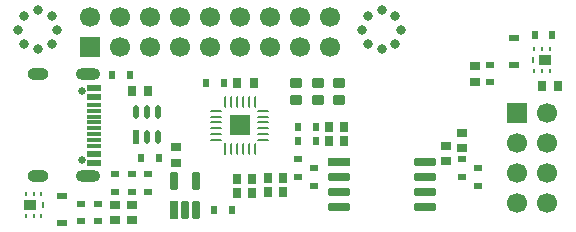
<source format=gtp>
G04*
G04 #@! TF.GenerationSoftware,Altium Limited,Altium Designer,24.10.1 (45)*
G04*
G04 Layer_Color=8421504*
%FSLAX43Y43*%
%MOMM*%
G71*
G04*
G04 #@! TF.SameCoordinates,D4E83C11-CEE0-4B41-BABA-8FBCDDE4BD80*
G04*
G04*
G04 #@! TF.FilePolarity,Positive*
G04*
G01*
G75*
%ADD15R,1.708X1.708*%
%ADD16R,0.250X0.330*%
%ADD17R,0.250X0.560*%
%ADD18R,0.250X0.330*%
%ADD19R,0.250X0.330*%
%ADD20R,1.050X0.900*%
%ADD21R,0.250X0.330*%
G04:AMPARAMS|DCode=22|XSize=0.239mm|YSize=0.979mm|CornerRadius=0.12mm|HoleSize=0mm|Usage=FLASHONLY|Rotation=90.000|XOffset=0mm|YOffset=0mm|HoleType=Round|Shape=RoundedRectangle|*
%AMROUNDEDRECTD22*
21,1,0.239,0.740,0,0,90.0*
21,1,0.000,0.979,0,0,90.0*
1,1,0.239,0.370,0.000*
1,1,0.239,0.370,0.000*
1,1,0.239,-0.370,0.000*
1,1,0.239,-0.370,0.000*
%
%ADD22ROUNDEDRECTD22*%
G04:AMPARAMS|DCode=23|XSize=0.979mm|YSize=0.239mm|CornerRadius=0.12mm|HoleSize=0mm|Usage=FLASHONLY|Rotation=90.000|XOffset=0mm|YOffset=0mm|HoleType=Round|Shape=RoundedRectangle|*
%AMROUNDEDRECTD23*
21,1,0.979,0.000,0,0,90.0*
21,1,0.740,0.239,0,0,90.0*
1,1,0.239,0.000,0.370*
1,1,0.239,0.000,-0.370*
1,1,0.239,0.000,-0.370*
1,1,0.239,0.000,0.370*
%
%ADD23ROUNDEDRECTD23*%
%ADD24R,0.239X0.979*%
%ADD25R,1.150X0.300*%
%ADD26R,1.150X0.600*%
G04:AMPARAMS|DCode=27|XSize=0.65mm|YSize=1.6mm|CornerRadius=0.114mm|HoleSize=0mm|Usage=FLASHONLY|Rotation=180.000|XOffset=0mm|YOffset=0mm|HoleType=Round|Shape=RoundedRectangle|*
%AMROUNDEDRECTD27*
21,1,0.650,1.373,0,0,180.0*
21,1,0.422,1.600,0,0,180.0*
1,1,0.228,-0.211,0.686*
1,1,0.228,0.211,0.686*
1,1,0.228,0.211,-0.686*
1,1,0.228,-0.211,-0.686*
%
%ADD27ROUNDEDRECTD27*%
%ADD28R,0.650X1.600*%
G04:AMPARAMS|DCode=29|XSize=1.156mm|YSize=0.536mm|CornerRadius=0.268mm|HoleSize=0mm|Usage=FLASHONLY|Rotation=90.000|XOffset=0mm|YOffset=0mm|HoleType=Round|Shape=RoundedRectangle|*
%AMROUNDEDRECTD29*
21,1,1.156,0.000,0,0,90.0*
21,1,0.620,0.536,0,0,90.0*
1,1,0.536,0.000,0.310*
1,1,0.536,0.000,-0.310*
1,1,0.536,0.000,-0.310*
1,1,0.536,0.000,0.310*
%
%ADD29ROUNDEDRECTD29*%
%ADD30R,0.536X1.156*%
G04:AMPARAMS|DCode=31|XSize=0.65mm|YSize=1.9mm|CornerRadius=0.163mm|HoleSize=0mm|Usage=FLASHONLY|Rotation=90.000|XOffset=0mm|YOffset=0mm|HoleType=Round|Shape=RoundedRectangle|*
%AMROUNDEDRECTD31*
21,1,0.650,1.575,0,0,90.0*
21,1,0.325,1.900,0,0,90.0*
1,1,0.325,0.788,0.163*
1,1,0.325,0.788,-0.163*
1,1,0.325,-0.788,-0.163*
1,1,0.325,-0.788,0.163*
%
%ADD31ROUNDEDRECTD31*%
%ADD32R,1.900X0.650*%
%ADD33R,0.830X0.625*%
%ADD34R,0.500X0.800*%
G04:AMPARAMS|DCode=35|XSize=0.8mm|YSize=1mm|CornerRadius=0.1mm|HoleSize=0mm|Usage=FLASHONLY|Rotation=90.000|XOffset=0mm|YOffset=0mm|HoleType=Round|Shape=RoundedRectangle|*
%AMROUNDEDRECTD35*
21,1,0.800,0.800,0,0,90.0*
21,1,0.600,1.000,0,0,90.0*
1,1,0.200,0.400,0.300*
1,1,0.200,0.400,-0.300*
1,1,0.200,-0.400,-0.300*
1,1,0.200,-0.400,0.300*
%
%ADD35ROUNDEDRECTD35*%
%ADD36R,0.800X0.900*%
%ADD37R,0.900X0.800*%
%ADD38R,0.800X0.500*%
%ADD39C,0.650*%
%ADD40O,2.100X1.000*%
%ADD41O,1.800X1.000*%
G04:AMPARAMS|DCode=42|XSize=1.7mm|YSize=1.7mm|CornerRadius=0.85mm|HoleSize=0mm|Usage=FLASHONLY|Rotation=90.000|XOffset=0mm|YOffset=0mm|HoleType=Round|Shape=RoundedRectangle|*
%AMROUNDEDRECTD42*
21,1,1.700,0.000,0,0,90.0*
21,1,0.000,1.700,0,0,90.0*
1,1,1.700,0.000,0.000*
1,1,1.700,0.000,0.000*
1,1,1.700,0.000,0.000*
1,1,1.700,0.000,0.000*
%
%ADD42ROUNDEDRECTD42*%
%ADD43R,1.700X1.700*%
G04:AMPARAMS|DCode=44|XSize=1.7mm|YSize=1.7mm|CornerRadius=0.85mm|HoleSize=0mm|Usage=FLASHONLY|Rotation=0.000|XOffset=0mm|YOffset=0mm|HoleType=Round|Shape=RoundedRectangle|*
%AMROUNDEDRECTD44*
21,1,1.700,0.000,0,0,0.0*
21,1,0.000,1.700,0,0,0.0*
1,1,1.700,0.000,0.000*
1,1,1.700,0.000,0.000*
1,1,1.700,0.000,0.000*
1,1,1.700,0.000,0.000*
%
%ADD44ROUNDEDRECTD44*%
%ADD45R,1.700X1.700*%
%ADD46C,0.800*%
D15*
X20000Y9000D02*
D03*
D16*
X3193Y3165D02*
D03*
X46237Y15438D02*
D03*
D17*
X3318Y2230D02*
D03*
X44812Y14503D02*
D03*
D18*
X1893Y3165D02*
D03*
X46237Y13568D02*
D03*
D19*
X2543Y3165D02*
D03*
X3193Y1295D02*
D03*
X2543D02*
D03*
X45587Y15438D02*
D03*
X44937Y15438D02*
D03*
X45587Y13568D02*
D03*
D20*
X2258Y2230D02*
D03*
X45872Y14504D02*
D03*
D21*
X1893Y1295D02*
D03*
X44937Y13568D02*
D03*
D22*
X18010Y7750D02*
D03*
Y8250D02*
D03*
Y8750D02*
D03*
Y9250D02*
D03*
Y9750D02*
D03*
Y10250D02*
D03*
X21990D02*
D03*
Y9750D02*
D03*
Y9250D02*
D03*
Y8750D02*
D03*
Y8250D02*
D03*
Y7750D02*
D03*
D23*
X18750Y10989D02*
D03*
X19250D02*
D03*
X19750D02*
D03*
X20250D02*
D03*
X20750D02*
D03*
X21250D02*
D03*
Y7010D02*
D03*
X20750D02*
D03*
X20250D02*
D03*
X19750D02*
D03*
X19250D02*
D03*
D24*
X18750D02*
D03*
D25*
X7677Y9750D02*
D03*
Y10250D02*
D03*
Y8750D02*
D03*
Y9250D02*
D03*
Y10750D02*
D03*
Y7750D02*
D03*
Y7250D02*
D03*
Y8250D02*
D03*
D26*
Y12200D02*
D03*
Y11400D02*
D03*
Y5800D02*
D03*
Y6600D02*
D03*
D27*
X16306Y4333D02*
D03*
X14406D02*
D03*
X16306Y1833D02*
D03*
X15356D02*
D03*
D28*
X14406D02*
D03*
D29*
X13073Y10175D02*
D03*
X12123D02*
D03*
X11173D02*
D03*
X12123Y8025D02*
D03*
X13073D02*
D03*
D30*
X11173D02*
D03*
D31*
X35650Y5905D02*
D03*
Y4635D02*
D03*
Y3365D02*
D03*
Y2095D02*
D03*
X28350D02*
D03*
Y3365D02*
D03*
Y4635D02*
D03*
D32*
Y5905D02*
D03*
D33*
X43231Y16378D02*
D03*
Y14153D02*
D03*
X4938Y2984D02*
D03*
Y759D02*
D03*
D34*
X46445Y16662D02*
D03*
X44945D02*
D03*
X10658Y13244D02*
D03*
X9158D02*
D03*
X26455Y8839D02*
D03*
X24955D02*
D03*
X26429Y7645D02*
D03*
X24929D02*
D03*
X18632Y12627D02*
D03*
X17132D02*
D03*
X13164Y6242D02*
D03*
X11664D02*
D03*
X19317Y1833D02*
D03*
X17817D02*
D03*
D35*
X28372Y12620D02*
D03*
Y11120D02*
D03*
X26581Y12620D02*
D03*
Y11120D02*
D03*
X24790Y12620D02*
D03*
Y11120D02*
D03*
D36*
X21222Y12627D02*
D03*
X19722D02*
D03*
X46903Y12344D02*
D03*
X45603D02*
D03*
X23662Y3371D02*
D03*
X22362D02*
D03*
X12194Y11878D02*
D03*
X10894D02*
D03*
X21046Y3320D02*
D03*
X19746D02*
D03*
X23662Y4547D02*
D03*
X22362D02*
D03*
X28819Y8839D02*
D03*
X27519D02*
D03*
X28819Y7645D02*
D03*
X27519D02*
D03*
X21046Y4496D02*
D03*
X19746D02*
D03*
D37*
X9393Y2294D02*
D03*
Y994D02*
D03*
X14580Y7152D02*
D03*
Y5852D02*
D03*
X10827Y2294D02*
D03*
Y994D02*
D03*
X37465Y7279D02*
D03*
Y5979D02*
D03*
X38811Y8397D02*
D03*
Y7097D02*
D03*
X39903Y14010D02*
D03*
Y12710D02*
D03*
D38*
X7960Y2388D02*
D03*
Y888D02*
D03*
X9424Y4871D02*
D03*
Y3371D02*
D03*
X6570Y2388D02*
D03*
Y888D02*
D03*
X12261Y4871D02*
D03*
Y3371D02*
D03*
X10827Y4871D02*
D03*
Y3371D02*
D03*
X26289Y5398D02*
D03*
Y3898D02*
D03*
X24917Y6135D02*
D03*
Y4635D02*
D03*
X38811Y6135D02*
D03*
Y4635D02*
D03*
X40192Y5356D02*
D03*
Y3856D02*
D03*
X41148Y14136D02*
D03*
Y12636D02*
D03*
D39*
X6602Y11890D02*
D03*
Y6110D02*
D03*
D40*
X7102Y13320D02*
D03*
Y4680D02*
D03*
D41*
X2922Y13320D02*
D03*
Y4680D02*
D03*
D42*
X22540Y18140D02*
D03*
X25080D02*
D03*
X20000D02*
D03*
X27620D02*
D03*
X12380D02*
D03*
X14920D02*
D03*
X9840D02*
D03*
X17460D02*
D03*
X12380Y15600D02*
D03*
X27620D02*
D03*
X25080D02*
D03*
X17460D02*
D03*
X14920D02*
D03*
X22540D02*
D03*
X20000D02*
D03*
X9840D02*
D03*
X7300Y18140D02*
D03*
D43*
Y15600D02*
D03*
D44*
X46025Y7544D02*
D03*
Y10084D02*
D03*
Y2464D02*
D03*
Y5004D02*
D03*
X43485D02*
D03*
Y2464D02*
D03*
Y7544D02*
D03*
D45*
Y10084D02*
D03*
D46*
X33167Y18267D02*
D03*
X33650Y17100D02*
D03*
X32000Y18750D02*
D03*
X30833Y18267D02*
D03*
X33167Y15933D02*
D03*
X32000Y15450D02*
D03*
X30350Y17100D02*
D03*
X30833Y15933D02*
D03*
X4067Y18267D02*
D03*
X4550Y17100D02*
D03*
X2900Y18750D02*
D03*
X1733Y18267D02*
D03*
X4067Y15933D02*
D03*
X2900Y15450D02*
D03*
X1250Y17100D02*
D03*
X1733Y15933D02*
D03*
M02*

</source>
